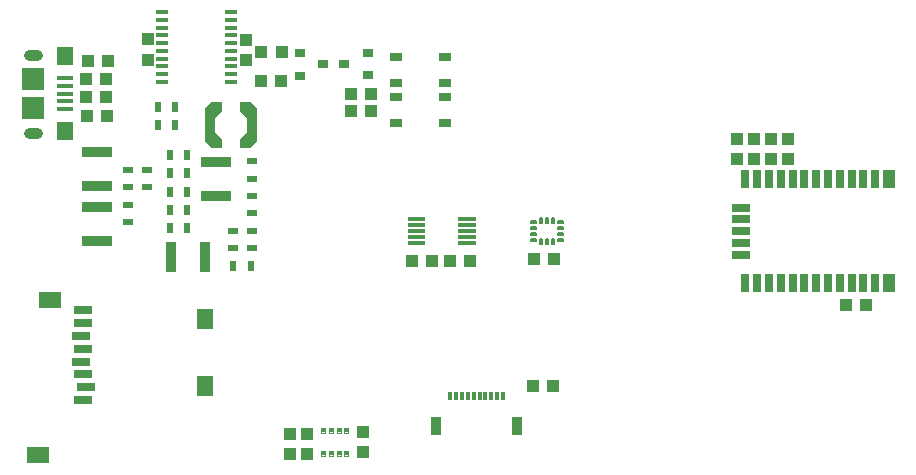
<source format=gbr>
G04 EAGLE Gerber RS-274X export*
G75*
%MOMM*%
%FSLAX34Y34*%
%LPD*%
%INSolderpaste Top*%
%IPPOS*%
%AMOC8*
5,1,8,0,0,1.08239X$1,22.5*%
G01*
%ADD10R,1.000000X1.100000*%
%ADD11R,1.100000X1.000000*%
%ADD12R,0.990600X0.304800*%
%ADD13R,0.900000X0.800000*%
%ADD14C,0.112500*%
%ADD15R,0.850000X1.500000*%
%ADD16R,0.300000X0.655000*%
%ADD17R,1.050000X0.650000*%
%ADD18R,1.500000X0.700000*%
%ADD19R,0.700000X1.500000*%
%ADD20R,1.000000X1.500000*%
%ADD21R,1.350000X0.400000*%
%ADD22R,1.400000X1.600000*%
%ADD23R,1.900000X1.900000*%
%ADD24C,0.900000*%
%ADD25R,0.900000X0.600000*%
%ADD26R,0.600000X0.900000*%
%ADD27R,0.900000X2.500000*%
%ADD28R,2.500000X0.900000*%
%ADD29C,0.075000*%
%ADD30C,0.175000*%
%ADD31R,1.500000X0.800000*%
%ADD32R,1.900000X1.400000*%
%ADD33R,1.400000X1.800000*%

G36*
X175047Y272037D02*
X175047Y272037D01*
X175042Y272044D01*
X175049Y272050D01*
X175049Y279800D01*
X175033Y279821D01*
X175035Y279834D01*
X169249Y285770D01*
X169249Y297230D01*
X175035Y303166D01*
X175039Y303192D01*
X175049Y303200D01*
X175049Y310950D01*
X175013Y310997D01*
X175006Y310992D01*
X175000Y310999D01*
X166100Y310999D01*
X166079Y310983D01*
X166066Y310985D01*
X160466Y305485D01*
X160462Y305462D01*
X160453Y305455D01*
X160454Y305453D01*
X160451Y305450D01*
X160451Y277550D01*
X160467Y277528D01*
X160466Y277515D01*
X166066Y272015D01*
X166092Y272011D01*
X166100Y272001D01*
X175000Y272001D01*
X175047Y272037D01*
G37*
G36*
X198921Y272017D02*
X198921Y272017D01*
X198935Y272015D01*
X204535Y277515D01*
X204538Y277542D01*
X204549Y277550D01*
X204549Y305450D01*
X204533Y305472D01*
X204535Y305485D01*
X198935Y310985D01*
X198908Y310989D01*
X198900Y310999D01*
X190000Y310999D01*
X189953Y310963D01*
X189958Y310956D01*
X189951Y310950D01*
X189951Y303200D01*
X189967Y303179D01*
X189965Y303166D01*
X195751Y297230D01*
X195751Y285770D01*
X189965Y279834D01*
X189961Y279808D01*
X189951Y279800D01*
X189951Y272050D01*
X189987Y272003D01*
X189994Y272008D01*
X190000Y272001D01*
X198900Y272001D01*
X198921Y272017D01*
G37*
D10*
X195050Y346220D03*
X195050Y363220D03*
D11*
X61450Y345680D03*
X78450Y345680D03*
X60450Y299280D03*
X77450Y299280D03*
D10*
X112050Y363780D03*
X112050Y346780D03*
X59750Y330280D03*
X76750Y330280D03*
X59450Y314880D03*
X76450Y314880D03*
X208350Y352880D03*
X225350Y352880D03*
X207550Y328780D03*
X224550Y328780D03*
D12*
X182398Y328140D03*
X182398Y334640D03*
X182398Y341140D03*
X182398Y347640D03*
X182398Y354140D03*
X182398Y360640D03*
X182398Y367140D03*
X182398Y373640D03*
X182398Y380140D03*
X182398Y386640D03*
X124042Y386640D03*
X124042Y380140D03*
X124042Y373640D03*
X124042Y367140D03*
X124042Y360640D03*
X124042Y354140D03*
X124042Y347640D03*
X124042Y341140D03*
X124042Y334640D03*
X124042Y328140D03*
D13*
X240550Y352180D03*
X240550Y333180D03*
X260550Y342680D03*
X298550Y333320D03*
X298550Y352320D03*
X278550Y342820D03*
D14*
X265512Y15228D02*
X265512Y11452D01*
X265512Y15228D02*
X268888Y15228D01*
X268888Y11452D01*
X265512Y11452D01*
X265512Y12521D02*
X268888Y12521D01*
X268888Y13590D02*
X265512Y13590D01*
X265512Y14659D02*
X268888Y14659D01*
X272012Y15228D02*
X272012Y11452D01*
X272012Y15228D02*
X275388Y15228D01*
X275388Y11452D01*
X272012Y11452D01*
X272012Y12521D02*
X275388Y12521D01*
X275388Y13590D02*
X272012Y13590D01*
X272012Y14659D02*
X275388Y14659D01*
X278512Y15228D02*
X278512Y11452D01*
X278512Y15228D02*
X281888Y15228D01*
X281888Y11452D01*
X278512Y11452D01*
X278512Y12521D02*
X281888Y12521D01*
X281888Y13590D02*
X278512Y13590D01*
X278512Y14659D02*
X281888Y14659D01*
X259012Y15228D02*
X259012Y11452D01*
X259012Y15228D02*
X262388Y15228D01*
X262388Y11452D01*
X259012Y11452D01*
X259012Y12521D02*
X262388Y12521D01*
X262388Y13590D02*
X259012Y13590D01*
X259012Y14659D02*
X262388Y14659D01*
X265512Y30852D02*
X265512Y34628D01*
X268888Y34628D01*
X268888Y30852D01*
X265512Y30852D01*
X265512Y31921D02*
X268888Y31921D01*
X268888Y32990D02*
X265512Y32990D01*
X265512Y34059D02*
X268888Y34059D01*
X272012Y34628D02*
X272012Y30852D01*
X272012Y34628D02*
X275388Y34628D01*
X275388Y30852D01*
X272012Y30852D01*
X272012Y31921D02*
X275388Y31921D01*
X275388Y32990D02*
X272012Y32990D01*
X272012Y34059D02*
X275388Y34059D01*
X278512Y34628D02*
X278512Y30852D01*
X278512Y34628D02*
X281888Y34628D01*
X281888Y30852D01*
X278512Y30852D01*
X278512Y31921D02*
X281888Y31921D01*
X281888Y32990D02*
X278512Y32990D01*
X278512Y34059D02*
X281888Y34059D01*
X259012Y34628D02*
X259012Y30852D01*
X259012Y34628D02*
X262388Y34628D01*
X262388Y30852D01*
X259012Y30852D01*
X259012Y31921D02*
X262388Y31921D01*
X262388Y32990D02*
X259012Y32990D01*
X259012Y34059D02*
X262388Y34059D01*
D10*
X284280Y317250D03*
X301280Y317250D03*
X284180Y302850D03*
X301180Y302850D03*
X293900Y31400D03*
X293900Y14400D03*
D15*
X356000Y36500D03*
X425000Y36500D03*
D16*
X373000Y61500D03*
X388000Y61500D03*
X398000Y61500D03*
X408000Y61500D03*
X413000Y61500D03*
X403000Y61500D03*
X393000Y61500D03*
X383000Y61500D03*
X378000Y61500D03*
X368000Y61500D03*
D11*
X232500Y13000D03*
X232500Y30000D03*
X247000Y13000D03*
X247000Y30000D03*
D17*
X322330Y327300D03*
X363830Y327300D03*
X363830Y348800D03*
X322330Y348800D03*
X363940Y314750D03*
X322440Y314750D03*
X322440Y293250D03*
X363940Y293250D03*
D18*
X614000Y201500D03*
X614000Y211500D03*
X614000Y191500D03*
X614000Y181500D03*
X614000Y221500D03*
D19*
X618000Y157500D03*
X628000Y157500D03*
X638000Y157500D03*
X648000Y157500D03*
X658000Y157500D03*
X668000Y157500D03*
X678000Y157500D03*
X688000Y157500D03*
X698000Y157500D03*
X708000Y157500D03*
X718000Y157500D03*
X728000Y157500D03*
X618000Y245500D03*
X628000Y245500D03*
X638000Y245500D03*
X648000Y245500D03*
X658000Y245500D03*
X668000Y245500D03*
X678000Y245500D03*
X688000Y245500D03*
X698000Y245500D03*
X708000Y245500D03*
X718000Y245500D03*
X728000Y245500D03*
D20*
X739500Y245500D03*
X739500Y157500D03*
D11*
X625500Y279500D03*
X625500Y262500D03*
X611000Y262500D03*
X611000Y279500D03*
X654500Y262500D03*
X654500Y279500D03*
X640000Y262500D03*
X640000Y279500D03*
D21*
X41700Y318000D03*
X41700Y311500D03*
X41700Y324500D03*
X41700Y331000D03*
X41700Y305000D03*
D22*
X41700Y350000D03*
X41700Y286000D03*
D23*
X14950Y330000D03*
X14950Y306000D03*
D24*
X11500Y351000D02*
X18500Y351000D01*
X18500Y285000D02*
X11500Y285000D01*
D25*
X95500Y253500D03*
X95500Y238500D03*
X200000Y261000D03*
X200000Y246000D03*
X200000Y231500D03*
X200000Y216500D03*
D26*
X145500Y266000D03*
X130500Y266000D03*
D27*
X131500Y179500D03*
X160500Y179500D03*
D28*
X69000Y268500D03*
X69000Y239500D03*
X169500Y231000D03*
X169500Y260000D03*
X69000Y222000D03*
X69000Y193000D03*
D25*
X111500Y253500D03*
X111500Y238500D03*
X95500Y209000D03*
X95500Y224000D03*
D26*
X145500Y250500D03*
X130500Y250500D03*
X145500Y235000D03*
X130500Y235000D03*
X145500Y219500D03*
X130500Y219500D03*
X130500Y204000D03*
X145500Y204000D03*
D25*
X200000Y187000D03*
X200000Y202000D03*
D26*
X199500Y172000D03*
X184500Y172000D03*
D25*
X184500Y202000D03*
X184500Y187000D03*
D26*
X120500Y291500D03*
X135500Y291500D03*
X135500Y307000D03*
X120500Y307000D03*
D29*
X375125Y193125D02*
X388775Y193125D01*
X388775Y190875D01*
X375125Y190875D01*
X375125Y193125D01*
X375125Y191587D02*
X388775Y191587D01*
X388775Y192299D02*
X375125Y192299D01*
X375125Y193011D02*
X388775Y193011D01*
X388775Y198125D02*
X375125Y198125D01*
X388775Y198125D02*
X388775Y195875D01*
X375125Y195875D01*
X375125Y198125D01*
X375125Y196587D02*
X388775Y196587D01*
X388775Y197299D02*
X375125Y197299D01*
X375125Y198011D02*
X388775Y198011D01*
X388775Y203125D02*
X375125Y203125D01*
X388775Y203125D02*
X388775Y200875D01*
X375125Y200875D01*
X375125Y203125D01*
X375125Y201587D02*
X388775Y201587D01*
X388775Y202299D02*
X375125Y202299D01*
X375125Y203011D02*
X388775Y203011D01*
X388775Y208125D02*
X375125Y208125D01*
X388775Y208125D02*
X388775Y205875D01*
X375125Y205875D01*
X375125Y208125D01*
X375125Y206587D02*
X388775Y206587D01*
X388775Y207299D02*
X375125Y207299D01*
X375125Y208011D02*
X388775Y208011D01*
X388775Y213125D02*
X375125Y213125D01*
X388775Y213125D02*
X388775Y210875D01*
X375125Y210875D01*
X375125Y213125D01*
X375125Y211587D02*
X388775Y211587D01*
X388775Y212299D02*
X375125Y212299D01*
X375125Y213011D02*
X388775Y213011D01*
X345875Y213125D02*
X332225Y213125D01*
X345875Y213125D02*
X345875Y210875D01*
X332225Y210875D01*
X332225Y213125D01*
X332225Y211587D02*
X345875Y211587D01*
X345875Y212299D02*
X332225Y212299D01*
X332225Y213011D02*
X345875Y213011D01*
X345875Y208125D02*
X332225Y208125D01*
X345875Y208125D02*
X345875Y205875D01*
X332225Y205875D01*
X332225Y208125D01*
X332225Y206587D02*
X345875Y206587D01*
X345875Y207299D02*
X332225Y207299D01*
X332225Y208011D02*
X345875Y208011D01*
X345875Y203125D02*
X332225Y203125D01*
X345875Y203125D02*
X345875Y200875D01*
X332225Y200875D01*
X332225Y203125D01*
X332225Y201587D02*
X345875Y201587D01*
X345875Y202299D02*
X332225Y202299D01*
X332225Y203011D02*
X345875Y203011D01*
X345875Y198125D02*
X332225Y198125D01*
X345875Y198125D02*
X345875Y195875D01*
X332225Y195875D01*
X332225Y198125D01*
X332225Y196587D02*
X345875Y196587D01*
X345875Y197299D02*
X332225Y197299D01*
X332225Y198011D02*
X345875Y198011D01*
X345875Y193125D02*
X332225Y193125D01*
X345875Y193125D02*
X345875Y190875D01*
X332225Y190875D01*
X332225Y193125D01*
X332225Y191587D02*
X345875Y191587D01*
X345875Y192299D02*
X332225Y192299D01*
X332225Y193011D02*
X345875Y193011D01*
D11*
X385000Y176500D03*
X368000Y176500D03*
X353000Y176500D03*
X336000Y176500D03*
X703500Y139000D03*
X720500Y139000D03*
X455000Y70500D03*
X438000Y70500D03*
D30*
X436375Y208125D02*
X440425Y208125D01*
X436375Y208125D02*
X436375Y209875D01*
X440425Y209875D01*
X440425Y208125D01*
X440425Y209787D02*
X436375Y209787D01*
X436375Y203125D02*
X440425Y203125D01*
X436375Y203125D02*
X436375Y204875D01*
X440425Y204875D01*
X440425Y203125D01*
X440425Y204787D02*
X436375Y204787D01*
X436375Y198125D02*
X440425Y198125D01*
X436375Y198125D02*
X436375Y199875D01*
X440425Y199875D01*
X440425Y198125D01*
X440425Y199787D02*
X436375Y199787D01*
X436375Y193125D02*
X440425Y193125D01*
X436375Y193125D02*
X436375Y194875D01*
X440425Y194875D01*
X440425Y193125D01*
X440425Y194787D02*
X436375Y194787D01*
X445875Y194425D02*
X445875Y190375D01*
X444125Y190375D01*
X444125Y194425D01*
X445875Y194425D01*
X445875Y192037D02*
X444125Y192037D01*
X444125Y193699D02*
X445875Y193699D01*
X450875Y194425D02*
X450875Y190375D01*
X449125Y190375D01*
X449125Y194425D01*
X450875Y194425D01*
X450875Y192037D02*
X449125Y192037D01*
X449125Y193699D02*
X450875Y193699D01*
X455875Y194425D02*
X455875Y190375D01*
X454125Y190375D01*
X454125Y194425D01*
X455875Y194425D01*
X455875Y192037D02*
X454125Y192037D01*
X454125Y193699D02*
X455875Y193699D01*
X459575Y194875D02*
X463625Y194875D01*
X463625Y193125D01*
X459575Y193125D01*
X459575Y194875D01*
X459575Y194787D02*
X463625Y194787D01*
X463625Y199875D02*
X459575Y199875D01*
X463625Y199875D02*
X463625Y198125D01*
X459575Y198125D01*
X459575Y199875D01*
X459575Y199787D02*
X463625Y199787D01*
X463625Y204875D02*
X459575Y204875D01*
X463625Y204875D02*
X463625Y203125D01*
X459575Y203125D01*
X459575Y204875D01*
X459575Y204787D02*
X463625Y204787D01*
X463625Y209875D02*
X459575Y209875D01*
X463625Y209875D02*
X463625Y208125D01*
X459575Y208125D01*
X459575Y209875D01*
X459575Y209787D02*
X463625Y209787D01*
X454125Y208575D02*
X454125Y212625D01*
X455875Y212625D01*
X455875Y208575D01*
X454125Y208575D01*
X454125Y210237D02*
X455875Y210237D01*
X455875Y211899D02*
X454125Y211899D01*
X449125Y212625D02*
X449125Y208575D01*
X449125Y212625D02*
X450875Y212625D01*
X450875Y208575D01*
X449125Y208575D01*
X449125Y210237D02*
X450875Y210237D01*
X450875Y211899D02*
X449125Y211899D01*
X444125Y212625D02*
X444125Y208575D01*
X444125Y212625D02*
X445875Y212625D01*
X445875Y208575D01*
X444125Y208575D01*
X444125Y210237D02*
X445875Y210237D01*
X445875Y211899D02*
X444125Y211899D01*
D11*
X439000Y178000D03*
X456000Y178000D03*
D31*
X57488Y58113D03*
X59488Y69113D03*
X57488Y80113D03*
X55488Y91113D03*
X57488Y102113D03*
X55488Y113113D03*
X57488Y124113D03*
X57488Y135113D03*
D32*
X18988Y11613D03*
X28988Y143113D03*
D33*
X160488Y127113D03*
X160488Y70113D03*
M02*

</source>
